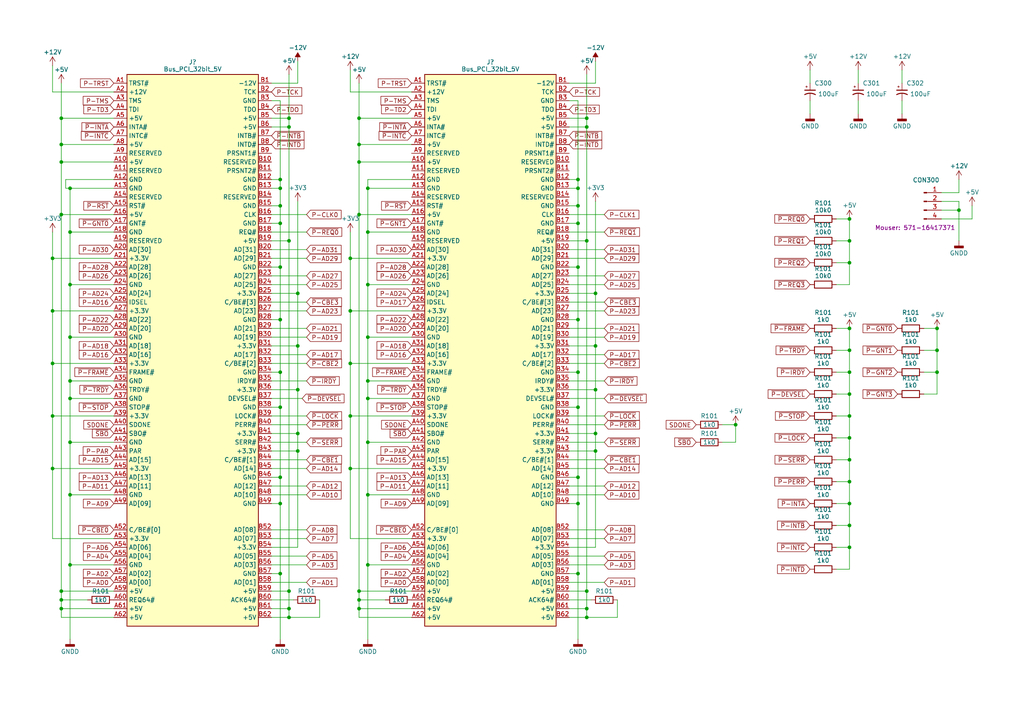
<source format=kicad_sch>
(kicad_sch (version 20230121) (generator eeschema)
  (paper "A4")
  (junction (at 246.38 114.3))
  (junction (at 86.36 130.81))
  (junction (at 271.78 95.25))
  (junction (at 17.78 176.53))
  (junction (at 106.68 128.27))
  (junction (at 81.28 77.47))
  (junction (at 17.78 41.91))
  (junction (at 106.68 82.55))
  (junction (at 20.32 143.51))
  (junction (at 81.28 146.05))
  (junction (at 167.64 64.77))
  (junction (at 172.72 130.81))
  (junction (at 104.14 34.29))
  (junction (at 20.32 97.79))
  (junction (at 246.38 76.2))
  (junction (at 246.38 127))
  (junction (at 101.6 105.41))
  (junction (at 83.82 176.53))
  (junction (at 246.38 107.95))
  (junction (at 170.18 179.07))
  (junction (at 15.24 90.17))
  (junction (at 106.68 110.49))
  (junction (at 15.24 74.93))
  (junction (at 83.82 34.29))
  (junction (at 106.68 54.61))
  (junction (at 106.68 115.57))
  (junction (at 167.64 52.07))
  (junction (at 15.24 105.41))
  (junction (at 172.72 113.03))
  (junction (at 17.78 171.45))
  (junction (at 167.64 138.43))
  (junction (at 172.72 125.73))
  (junction (at 104.14 62.23))
  (junction (at 246.38 95.25))
  (junction (at 213.36 123.19))
  (junction (at 106.68 143.51))
  (junction (at 167.64 54.61))
  (junction (at 172.72 100.33))
  (junction (at 106.68 163.83))
  (junction (at 246.38 69.85))
  (junction (at 172.72 85.09))
  (junction (at 17.78 34.29))
  (junction (at 246.38 101.6))
  (junction (at 20.32 67.31))
  (junction (at 246.38 158.75))
  (junction (at 246.38 152.4))
  (junction (at 170.18 34.29))
  (junction (at 104.14 41.91))
  (junction (at 83.82 179.07))
  (junction (at 20.32 115.57))
  (junction (at 17.78 46.99))
  (junction (at 20.32 110.49))
  (junction (at 167.64 59.69))
  (junction (at 86.36 100.33))
  (junction (at 81.28 138.43))
  (junction (at 246.38 120.65))
  (junction (at 101.6 74.93))
  (junction (at 170.18 176.53))
  (junction (at 20.32 128.27))
  (junction (at 167.64 92.71))
  (junction (at 271.78 101.6))
  (junction (at 81.28 54.61))
  (junction (at 20.32 82.55))
  (junction (at 278.13 60.96))
  (junction (at 15.24 120.65))
  (junction (at 15.24 135.89))
  (junction (at 246.38 63.5))
  (junction (at 167.64 107.95))
  (junction (at 170.18 69.85))
  (junction (at 167.64 77.47))
  (junction (at 81.28 59.69))
  (junction (at 17.78 173.99))
  (junction (at 86.36 125.73))
  (junction (at 167.64 166.37))
  (junction (at 271.78 107.95))
  (junction (at 104.14 46.99))
  (junction (at 20.32 163.83))
  (junction (at 81.28 52.07))
  (junction (at 86.36 85.09))
  (junction (at 81.28 118.11))
  (junction (at 86.36 113.03))
  (junction (at 81.28 64.77))
  (junction (at 101.6 90.17))
  (junction (at 17.78 62.23))
  (junction (at 246.38 146.05))
  (junction (at 246.38 139.7))
  (junction (at 106.68 97.79))
  (junction (at 81.28 107.95))
  (junction (at 101.6 120.65))
  (junction (at 104.14 176.53))
  (junction (at 170.18 36.83))
  (junction (at 101.6 135.89))
  (junction (at 167.64 118.11))
  (junction (at 83.82 36.83))
  (junction (at 106.68 67.31))
  (junction (at 83.82 69.85))
  (junction (at 83.82 171.45))
  (junction (at 104.14 171.45))
  (junction (at 104.14 173.99))
  (junction (at 246.38 133.35))
  (junction (at 170.18 171.45))
  (junction (at 167.64 146.05))
  (junction (at 81.28 166.37))
  (junction (at 20.32 54.61))
  (junction (at 81.28 92.71))
  (wire (pts (xy 175.26 120.65) (xy 165.1 120.65)))
  (wire (pts (xy 172.72 113.03) (xy 172.72 100.33)))
  (wire (pts (xy 78.74 176.53) (xy 83.82 176.53)))
  (wire (pts (xy 246.38 101.6) (xy 246.38 107.95)))
  (wire (pts (xy 88.9 123.19) (xy 78.74 123.19)))
  (wire (pts (xy 273.05 55.88) (xy 278.13 55.88)))
  (wire (pts (xy 78.74 52.07) (xy 81.28 52.07)))
  (wire (pts (xy 271.78 101.6) (xy 271.78 107.95)))
  (wire (pts (xy 20.32 97.79) (xy 20.32 110.49)))
  (wire (pts (xy 88.9 110.49) (xy 78.74 110.49)))
  (wire (pts (xy 20.32 163.83) (xy 33.02 163.83)))
  (wire (pts (xy 170.18 176.53) (xy 170.18 171.45)))
  (wire (pts (xy 78.74 69.85) (xy 83.82 69.85)))
  (wire (pts (xy 106.68 143.51) (xy 106.68 163.83)))
  (wire (pts (xy 273.05 58.42) (xy 278.13 58.42)))
  (wire (pts (xy 175.26 95.25) (xy 165.1 95.25)))
  (wire (pts (xy 278.13 58.42) (xy 278.13 60.96)))
  (wire (pts (xy 20.32 82.55) (xy 20.32 97.79)))
  (wire (pts (xy 242.57 69.85) (xy 246.38 69.85)))
  (wire (pts (xy 167.64 59.69) (xy 167.64 64.77)))
  (wire (pts (xy 101.6 90.17) (xy 119.38 90.17)))
  (wire (pts (xy 165.1 171.45) (xy 170.18 171.45)))
  (wire (pts (xy 165.1 138.43) (xy 167.64 138.43)))
  (wire (pts (xy 106.68 67.31) (xy 119.38 67.31)))
  (wire (pts (xy 167.64 92.71) (xy 167.64 107.95)))
  (wire (pts (xy 17.78 62.23) (xy 17.78 171.45)))
  (wire (pts (xy 170.18 69.85) (xy 170.18 36.83)))
  (wire (pts (xy 17.78 24.13) (xy 17.78 34.29)))
  (wire (pts (xy 86.36 158.75) (xy 86.36 130.81)))
  (wire (pts (xy 78.74 171.45) (xy 83.82 171.45)))
  (wire (pts (xy 234.95 20.32) (xy 234.95 24.13)))
  (wire (pts (xy 172.72 85.09) (xy 165.1 85.09)))
  (wire (pts (xy 20.32 163.83) (xy 20.32 185.42)))
  (wire (pts (xy 167.64 138.43) (xy 167.64 146.05)))
  (wire (pts (xy 106.68 97.79) (xy 119.38 97.79)))
  (wire (pts (xy 246.38 107.95) (xy 246.38 114.3)))
  (wire (pts (xy 78.74 107.95) (xy 81.28 107.95)))
  (wire (pts (xy 88.9 120.65) (xy 78.74 120.65)))
  (wire (pts (xy 83.82 34.29) (xy 78.74 34.29)))
  (wire (pts (xy 20.32 128.27) (xy 33.02 128.27)))
  (wire (pts (xy 88.9 67.31) (xy 78.74 67.31)))
  (wire (pts (xy 246.38 146.05) (xy 246.38 152.4)))
  (wire (pts (xy 271.78 95.25) (xy 271.78 101.6)))
  (wire (pts (xy 172.72 130.81) (xy 172.72 125.73)))
  (wire (pts (xy 88.9 102.87) (xy 78.74 102.87)))
  (wire (pts (xy 81.28 29.21) (xy 81.28 52.07)))
  (wire (pts (xy 104.14 179.07) (xy 104.14 176.53)))
  (wire (pts (xy 33.02 26.67) (xy 15.24 26.67)))
  (wire (pts (xy 242.57 158.75) (xy 246.38 158.75)))
  (wire (pts (xy 278.13 60.96) (xy 278.13 69.85)))
  (wire (pts (xy 165.1 125.73) (xy 172.72 125.73)))
  (wire (pts (xy 15.24 90.17) (xy 15.24 74.93)))
  (wire (pts (xy 88.9 62.23) (xy 78.74 62.23)))
  (wire (pts (xy 88.9 128.27) (xy 78.74 128.27)))
  (wire (pts (xy 88.9 82.55) (xy 78.74 82.55)))
  (wire (pts (xy 86.36 130.81) (xy 86.36 125.73)))
  (wire (pts (xy 242.57 139.7) (xy 246.38 139.7)))
  (wire (pts (xy 20.32 54.61) (xy 33.02 54.61)))
  (wire (pts (xy 106.68 52.07) (xy 106.68 54.61)))
  (wire (pts (xy 15.24 156.21) (xy 15.24 135.89)))
  (wire (pts (xy 78.74 166.37) (xy 81.28 166.37)))
  (wire (pts (xy 101.6 20.32) (xy 101.6 26.67)))
  (wire (pts (xy 165.1 130.81) (xy 172.72 130.81)))
  (wire (pts (xy 242.57 82.55) (xy 246.38 82.55)))
  (wire (pts (xy 17.78 179.07) (xy 33.02 179.07)))
  (wire (pts (xy 88.9 80.01) (xy 78.74 80.01)))
  (wire (pts (xy 175.26 153.67) (xy 165.1 153.67)))
  (wire (pts (xy 15.24 74.93) (xy 33.02 74.93)))
  (wire (pts (xy 179.07 179.07) (xy 170.18 179.07)))
  (wire (pts (xy 104.14 34.29) (xy 119.38 34.29)))
  (wire (pts (xy 165.1 146.05) (xy 167.64 146.05)))
  (wire (pts (xy 15.24 135.89) (xy 33.02 135.89)))
  (wire (pts (xy 106.68 115.57) (xy 119.38 115.57)))
  (wire (pts (xy 78.74 92.71) (xy 81.28 92.71)))
  (wire (pts (xy 165.1 77.47) (xy 167.64 77.47)))
  (wire (pts (xy 242.57 101.6) (xy 246.38 101.6)))
  (wire (pts (xy 17.78 171.45) (xy 33.02 171.45)))
  (wire (pts (xy 175.26 102.87) (xy 165.1 102.87)))
  (wire (pts (xy 87.63 115.57) (xy 78.74 115.57)))
  (wire (pts (xy 175.26 80.01) (xy 165.1 80.01)))
  (wire (pts (xy 165.1 107.95) (xy 167.64 107.95)))
  (wire (pts (xy 242.57 95.25) (xy 246.38 95.25)))
  (wire (pts (xy 101.6 120.65) (xy 119.38 120.65)))
  (wire (pts (xy 17.78 62.23) (xy 17.78 46.99)))
  (wire (pts (xy 106.68 110.49) (xy 106.68 115.57)))
  (wire (pts (xy 246.38 165.1) (xy 246.38 158.75)))
  (wire (pts (xy 273.05 63.5) (xy 281.94 63.5)))
  (wire (pts (xy 104.14 173.99) (xy 104.14 171.45)))
  (wire (pts (xy 83.82 36.83) (xy 83.82 34.29)))
  (wire (pts (xy 78.74 54.61) (xy 81.28 54.61)))
  (wire (pts (xy 86.36 17.78) (xy 86.36 24.13)))
  (wire (pts (xy 165.1 166.37) (xy 167.64 166.37)))
  (wire (pts (xy 106.68 163.83) (xy 119.38 163.83)))
  (wire (pts (xy 242.57 120.65) (xy 246.38 120.65)))
  (wire (pts (xy 106.68 143.51) (xy 119.38 143.51)))
  (wire (pts (xy 88.9 72.39) (xy 78.74 72.39)))
  (wire (pts (xy 88.9 74.93) (xy 78.74 74.93)))
  (wire (pts (xy 15.24 120.65) (xy 15.24 105.41)))
  (wire (pts (xy 167.64 64.77) (xy 167.64 77.47)))
  (wire (pts (xy 175.26 72.39) (xy 165.1 72.39)))
  (wire (pts (xy 101.6 105.41) (xy 119.38 105.41)))
  (wire (pts (xy 104.14 171.45) (xy 119.38 171.45)))
  (wire (pts (xy 175.26 62.23) (xy 165.1 62.23)))
  (wire (pts (xy 209.55 128.27) (xy 213.36 128.27)))
  (wire (pts (xy 88.9 133.35) (xy 78.74 133.35)))
  (wire (pts (xy 81.28 92.71) (xy 81.28 107.95)))
  (wire (pts (xy 246.38 95.25) (xy 246.38 101.6)))
  (wire (pts (xy 246.38 69.85) (xy 246.38 76.2)))
  (wire (pts (xy 20.32 110.49) (xy 33.02 110.49)))
  (wire (pts (xy 78.74 125.73) (xy 86.36 125.73)))
  (wire (pts (xy 165.1 173.99) (xy 171.45 173.99)))
  (wire (pts (xy 175.26 168.91) (xy 165.1 168.91)))
  (wire (pts (xy 20.32 110.49) (xy 20.32 115.57)))
  (wire (pts (xy 88.9 168.91) (xy 78.74 168.91)))
  (wire (pts (xy 20.32 82.55) (xy 33.02 82.55)))
  (wire (pts (xy 81.28 138.43) (xy 81.28 146.05)))
  (wire (pts (xy 179.07 173.99) (xy 179.07 179.07)))
  (wire (pts (xy 20.32 115.57) (xy 33.02 115.57)))
  (wire (pts (xy 242.57 152.4) (xy 246.38 152.4)))
  (wire (pts (xy 175.26 135.89) (xy 165.1 135.89)))
  (wire (pts (xy 175.26 97.79) (xy 165.1 97.79)))
  (wire (pts (xy 167.64 118.11) (xy 167.64 138.43)))
  (wire (pts (xy 78.74 59.69) (xy 81.28 59.69)))
  (wire (pts (xy 92.71 179.07) (xy 83.82 179.07)))
  (wire (pts (xy 246.38 114.3) (xy 246.38 120.65)))
  (wire (pts (xy 88.9 156.21) (xy 78.74 156.21)))
  (wire (pts (xy 88.9 140.97) (xy 78.74 140.97)))
  (wire (pts (xy 17.78 62.23) (xy 33.02 62.23)))
  (wire (pts (xy 106.68 128.27) (xy 106.68 143.51)))
  (wire (pts (xy 246.38 139.7) (xy 246.38 146.05)))
  (wire (pts (xy 81.28 107.95) (xy 81.28 118.11)))
  (wire (pts (xy 175.26 128.27) (xy 165.1 128.27)))
  (wire (pts (xy 246.38 120.65) (xy 246.38 127)))
  (wire (pts (xy 20.32 128.27) (xy 20.32 143.51)))
  (wire (pts (xy 78.74 138.43) (xy 81.28 138.43)))
  (wire (pts (xy 167.64 29.21) (xy 167.64 52.07)))
  (wire (pts (xy 101.6 74.93) (xy 119.38 74.93)))
  (wire (pts (xy 17.78 173.99) (xy 17.78 171.45)))
  (wire (pts (xy 165.1 92.71) (xy 167.64 92.71)))
  (wire (pts (xy 242.57 127) (xy 246.38 127)))
  (wire (pts (xy 106.68 82.55) (xy 106.68 97.79)))
  (wire (pts (xy 15.24 74.93) (xy 15.24 67.31)))
  (wire (pts (xy 175.26 156.21) (xy 165.1 156.21)))
  (wire (pts (xy 86.36 100.33) (xy 86.36 85.09)))
  (wire (pts (xy 88.9 153.67) (xy 78.74 153.67)))
  (wire (pts (xy 167.64 146.05) (xy 167.64 166.37)))
  (wire (pts (xy 165.1 179.07) (xy 170.18 179.07)))
  (wire (pts (xy 20.32 115.57) (xy 20.32 128.27)))
  (wire (pts (xy 175.26 115.57) (xy 165.1 115.57)))
  (wire (pts (xy 83.82 69.85) (xy 83.82 36.83)))
  (wire (pts (xy 78.74 64.77) (xy 81.28 64.77)))
  (wire (pts (xy 78.74 173.99) (xy 85.09 173.99)))
  (wire (pts (xy 175.26 133.35) (xy 165.1 133.35)))
  (wire (pts (xy 165.1 59.69) (xy 167.64 59.69)))
  (wire (pts (xy 170.18 179.07) (xy 170.18 176.53)))
  (wire (pts (xy 20.32 54.61) (xy 20.32 67.31)))
  (wire (pts (xy 19.05 52.07) (xy 19.05 54.61)))
  (wire (pts (xy 246.38 76.2) (xy 246.38 82.55)))
  (wire (pts (xy 271.78 107.95) (xy 271.78 114.3)))
  (wire (pts (xy 213.36 128.27) (xy 213.36 123.19)))
  (wire (pts (xy 15.24 105.41) (xy 33.02 105.41)))
  (wire (pts (xy 106.68 52.07) (xy 119.38 52.07)))
  (wire (pts (xy 88.9 97.79) (xy 78.74 97.79)))
  (wire (pts (xy 101.6 74.93) (xy 101.6 67.31)))
  (wire (pts (xy 88.9 161.29) (xy 78.74 161.29)))
  (wire (pts (xy 86.36 58.42) (xy 86.36 85.09)))
  (wire (pts (xy 246.38 133.35) (xy 246.38 139.7)))
  (wire (pts (xy 78.74 113.03) (xy 86.36 113.03)))
  (wire (pts (xy 81.28 146.05) (xy 81.28 166.37)))
  (wire (pts (xy 246.38 152.4) (xy 246.38 158.75)))
  (wire (pts (xy 19.05 52.07) (xy 33.02 52.07)))
  (wire (pts (xy 101.6 156.21) (xy 119.38 156.21)))
  (wire (pts (xy 81.28 166.37) (xy 81.28 185.42)))
  (wire (pts (xy 15.24 120.65) (xy 33.02 120.65)))
  (wire (pts (xy 175.26 67.31) (xy 165.1 67.31)))
  (wire (pts (xy 101.6 105.41) (xy 101.6 90.17)))
  (wire (pts (xy 20.32 67.31) (xy 33.02 67.31)))
  (wire (pts (xy 104.14 179.07) (xy 119.38 179.07)))
  (wire (pts (xy 267.97 95.25) (xy 271.78 95.25)))
  (wire (pts (xy 88.9 90.17) (xy 78.74 90.17)))
  (wire (pts (xy 175.26 161.29) (xy 165.1 161.29)))
  (wire (pts (xy 175.26 123.19) (xy 165.1 123.19)))
  (wire (pts (xy 119.38 26.67) (xy 101.6 26.67)))
  (wire (pts (xy 81.28 59.69) (xy 81.28 64.77)))
  (wire (pts (xy 248.92 20.32) (xy 248.92 24.13)))
  (wire (pts (xy 88.9 143.51) (xy 78.74 143.51)))
  (wire (pts (xy 17.78 176.53) (xy 33.02 176.53)))
  (wire (pts (xy 242.57 107.95) (xy 246.38 107.95)))
  (wire (pts (xy 175.26 143.51) (xy 165.1 143.51)))
  (wire (pts (xy 167.64 54.61) (xy 167.64 59.69)))
  (wire (pts (xy 81.28 54.61) (xy 81.28 59.69)))
  (wire (pts (xy 170.18 36.83) (xy 170.18 34.29)))
  (wire (pts (xy 104.14 62.23) (xy 119.38 62.23)))
  (wire (pts (xy 83.82 176.53) (xy 83.82 171.45)))
  (wire (pts (xy 167.64 166.37) (xy 167.64 185.42)))
  (wire (pts (xy 78.74 36.83) (xy 83.82 36.83)))
  (wire (pts (xy 165.1 118.11) (xy 167.64 118.11)))
  (wire (pts (xy 106.68 97.79) (xy 106.68 110.49)))
  (wire (pts (xy 81.28 118.11) (xy 81.28 138.43)))
  (wire (pts (xy 242.57 146.05) (xy 246.38 146.05)))
  (wire (pts (xy 104.14 176.53) (xy 104.14 173.99)))
  (wire (pts (xy 165.1 64.77) (xy 167.64 64.77)))
  (wire (pts (xy 19.05 54.61) (xy 20.32 54.61)))
  (wire (pts (xy 88.9 163.83) (xy 78.74 163.83)))
  (wire (pts (xy 83.82 171.45) (xy 83.82 69.85)))
  (wire (pts (xy 175.26 90.17) (xy 165.1 90.17)))
  (wire (pts (xy 20.32 143.51) (xy 33.02 143.51)))
  (wire (pts (xy 175.26 74.93) (xy 165.1 74.93)))
  (wire (pts (xy 78.74 179.07) (xy 83.82 179.07)))
  (wire (pts (xy 106.68 67.31) (xy 106.68 82.55)))
  (wire (pts (xy 104.14 41.91) (xy 119.38 41.91)))
  (wire (pts (xy 88.9 95.25) (xy 78.74 95.25)))
  (wire (pts (xy 172.72 100.33) (xy 172.72 85.09)))
  (wire (pts (xy 165.1 158.75) (xy 172.72 158.75)))
  (wire (pts (xy 15.24 156.21) (xy 33.02 156.21)))
  (wire (pts (xy 78.74 100.33) (xy 86.36 100.33)))
  (wire (pts (xy 15.24 90.17) (xy 33.02 90.17)))
  (wire (pts (xy 101.6 90.17) (xy 101.6 74.93)))
  (wire (pts (xy 104.14 46.99) (xy 104.14 41.91)))
  (wire (pts (xy 81.28 64.77) (xy 81.28 77.47)))
  (wire (pts (xy 106.68 163.83) (xy 106.68 185.42)))
  (wire (pts (xy 273.05 60.96) (xy 278.13 60.96)))
  (wire (pts (xy 101.6 135.89) (xy 119.38 135.89)))
  (wire (pts (xy 165.1 69.85) (xy 170.18 69.85)))
  (wire (pts (xy 101.6 156.21) (xy 101.6 135.89)))
  (wire (pts (xy 106.68 82.55) (xy 119.38 82.55)))
  (wire (pts (xy 17.78 41.91) (xy 17.78 34.29)))
  (wire (pts (xy 170.18 171.45) (xy 170.18 69.85)))
  (wire (pts (xy 20.32 97.79) (xy 33.02 97.79)))
  (wire (pts (xy 261.62 29.21) (xy 261.62 33.02)))
  (wire (pts (xy 246.38 63.5) (xy 246.38 69.85)))
  (wire (pts (xy 17.78 173.99) (xy 25.4 173.99)))
  (wire (pts (xy 106.68 115.57) (xy 106.68 128.27)))
  (wire (pts (xy 78.74 146.05) (xy 81.28 146.05)))
  (wire (pts (xy 267.97 107.95) (xy 271.78 107.95)))
  (wire (pts (xy 242.57 63.5) (xy 246.38 63.5)))
  (wire (pts (xy 165.1 176.53) (xy 170.18 176.53)))
  (wire (pts (xy 86.36 125.73) (xy 86.36 113.03)))
  (wire (pts (xy 246.38 127) (xy 246.38 133.35)))
  (wire (pts (xy 104.14 46.99) (xy 119.38 46.99)))
  (wire (pts (xy 17.78 34.29) (xy 33.02 34.29)))
  (wire (pts (xy 175.26 110.49) (xy 165.1 110.49)))
  (wire (pts (xy 104.14 62.23) (xy 104.14 171.45)))
  (wire (pts (xy 20.32 143.51) (xy 20.32 163.83)))
  (wire (pts (xy 104.14 24.13) (xy 104.14 34.29)))
  (wire (pts (xy 170.18 21.59) (xy 170.18 34.29)))
  (wire (pts (xy 172.72 125.73) (xy 172.72 113.03)))
  (wire (pts (xy 78.74 118.11) (xy 81.28 118.11)))
  (wire (pts (xy 15.24 135.89) (xy 15.24 120.65)))
  (wire (pts (xy 165.1 100.33) (xy 172.72 100.33)))
  (wire (pts (xy 242.57 133.35) (xy 246.38 133.35)))
  (wire (pts (xy 81.28 52.07) (xy 81.28 54.61)))
  (wire (pts (xy 17.78 46.99) (xy 17.78 41.91)))
  (wire (pts (xy 104.14 41.91) (xy 104.14 34.29)))
  (wire (pts (xy 86.36 85.09) (xy 78.74 85.09)))
  (wire (pts (xy 17.78 46.99) (xy 33.02 46.99)))
  (wire (pts (xy 248.92 29.21) (xy 248.92 33.02)))
  (wire (pts (xy 242.57 114.3) (xy 246.38 114.3)))
  (wire (pts (xy 15.24 19.05) (xy 15.24 26.67)))
  (wire (pts (xy 106.68 128.27) (xy 119.38 128.27)))
  (wire (pts (xy 209.55 123.19) (xy 213.36 123.19)))
  (wire (pts (xy 278.13 55.88) (xy 278.13 52.07)))
  (wire (pts (xy 175.26 140.97) (xy 165.1 140.97)))
  (wire (pts (xy 242.57 76.2) (xy 246.38 76.2)))
  (wire (pts (xy 88.9 105.41) (xy 78.74 105.41)))
  (wire (pts (xy 83.82 179.07) (xy 83.82 176.53)))
  (wire (pts (xy 78.74 29.21) (xy 81.28 29.21)))
  (wire (pts (xy 242.57 165.1) (xy 246.38 165.1)))
  (wire (pts (xy 267.97 101.6) (xy 271.78 101.6)))
  (wire (pts (xy 78.74 158.75) (xy 86.36 158.75)))
  (wire (pts (xy 175.26 163.83) (xy 165.1 163.83)))
  (wire (pts (xy 104.14 173.99) (xy 111.76 173.99)))
  (wire (pts (xy 106.68 54.61) (xy 106.68 67.31)))
  (wire (pts (xy 234.95 29.21) (xy 234.95 33.02)))
  (wire (pts (xy 165.1 52.07) (xy 167.64 52.07)))
  (wire (pts (xy 172.72 58.42) (xy 172.72 85.09)))
  (wire (pts (xy 165.1 113.03) (xy 172.72 113.03)))
  (wire (pts (xy 165.1 29.21) (xy 167.64 29.21)))
  (wire (pts (xy 20.32 67.31) (xy 20.32 82.55)))
  (wire (pts (xy 165.1 54.61) (xy 167.64 54.61)))
  (wire (pts (xy 17.78 176.53) (xy 17.78 173.99)))
  (wire (pts (xy 165.1 36.83) (xy 170.18 36.83)))
  (wire (pts (xy 167.64 107.95) (xy 167.64 118.11)))
  (wire (pts (xy 106.68 110.49) (xy 119.38 110.49)))
  (wire (pts (xy 15.24 105.41) (xy 15.24 90.17)))
  (wire (pts (xy 86.36 113.03) (xy 86.36 100.33)))
  (wire (pts (xy 101.6 135.89) (xy 101.6 120.65)))
  (wire (pts (xy 167.64 52.07) (xy 167.64 54.61)))
  (wire (pts (xy 170.18 34.29) (xy 165.1 34.29)))
  (wire (pts (xy 165.1 24.13) (xy 172.72 24.13)))
  (wire (pts (xy 267.97 114.3) (xy 271.78 114.3)))
  (wire (pts (xy 17.78 41.91) (xy 33.02 41.91)))
  (wire (pts (xy 175.26 82.55) (xy 165.1 82.55)))
  (wire (pts (xy 17.78 179.07) (xy 17.78 176.53)))
  (wire (pts (xy 78.74 77.47) (xy 81.28 77.47)))
  (wire (pts (xy 92.71 173.99) (xy 92.71 179.07)))
  (wire (pts (xy 175.26 87.63) (xy 165.1 87.63)))
  (wire (pts (xy 88.9 87.63) (xy 78.74 87.63)))
  (wire (pts (xy 78.74 24.13) (xy 86.36 24.13)))
  (wire (pts (xy 88.9 135.89) (xy 78.74 135.89)))
  (wire (pts (xy 104.14 176.53) (xy 119.38 176.53)))
  (wire (pts (xy 281.94 63.5) (xy 281.94 59.69)))
  (wire (pts (xy 81.28 77.47) (xy 81.28 92.71)))
  (wire (pts (xy 83.82 21.59) (xy 83.82 34.29)))
  (wire (pts (xy 106.68 54.61) (xy 119.38 54.61)))
  (wire (pts (xy 167.64 77.47) (xy 167.64 92.71)))
  (wire (pts (xy 175.26 105.41) (xy 165.1 105.41)))
  (wire (pts (xy 101.6 120.65) (xy 101.6 105.41)))
  (wire (pts (xy 261.62 20.32) (xy 261.62 24.13)))
  (wire (pts (xy 172.72 17.78) (xy 172.72 24.13)))
  (wire (pts (xy 104.14 62.23) (xy 104.14 46.99)))
  (wire (pts (xy 78.74 130.81) (xy 86.36 130.81)))
  (wire (pts (xy 172.72 158.75) (xy 172.72 130.81)))
  (global_label "P-AD1" (shape input) (at 175.26 168.91 0) (property "Intersheetrefs" "${INTERSHEET_REFS}" (effects hide)))
  (global_label "P-AD26" (shape input) (at 33.02 80.01 180) (property "Intersheetrefs" "${INTERSHEET_REFS}" (effects hide)))
  (global_label "P-AD27" (shape input) (at 88.9 80.01 0) (property "Intersheetrefs" "${INTERSHEET_REFS}" (effects hide)))
  (global_label "P-AD9" (shape input) (at 33.02 146.05 180) (property "Intersheetrefs" "${INTERSHEET_REFS}" (effects hide)))
  (global_label "P-PAR" (shape input) (at 33.02 130.81 180) (property "Intersheetrefs" "${INTERSHEET_REFS}" (effects hide)))
  (global_label "P-AD6" (shape input) (at 33.02 158.75 180) (property "Intersheetrefs" "${INTERSHEET_REFS}" (effects hide)))
  (global_label "~{SBO}" (shape input) (at 33.02 125.73 180) (property "Intersheetrefs" "${INTERSHEET_REFS}" (effects hide)))
  (global_label "P-AD11" (shape input) (at 119.38 140.97 180) (property "Intersheetrefs" "${INTERSHEET_REFS}" (effects hide)))
  (global_label "P-AD23" (shape input) (at 88.9 90.17 0) (property "Intersheetrefs" "${INTERSHEET_REFS}" (effects hide)))
  (global_label "~{P-INTC}" (shape input) (at 119.38 39.37 180) (property "Intersheetrefs" "${INTERSHEET_REFS}" (effects hide)))
  (global_label "P-AD10" (shape input) (at 88.9 143.51 0) (property "Intersheetrefs" "${INTERSHEET_REFS}" (effects hide)))
  (global_label "P-AD8" (shape input) (at 175.26 153.67 0) (property "Intersheetrefs" "${INTERSHEET_REFS}" (effects hide)))
  (global_label "~{P-INTA}" (shape input) (at 33.02 36.83 180) (property "Intersheetrefs" "${INTERSHEET_REFS}" (effects hide)))
  (global_label "P-AD17" (shape input) (at 88.9 102.87 0) (property "Intersheetrefs" "${INTERSHEET_REFS}" (effects hide)))
  (global_label "~{P-CBE1}" (shape input) (at 175.26 133.35 0) (property "Intersheetrefs" "${INTERSHEET_REFS}" (effects hide)))
  (global_label "~{P-INTC}" (shape input) (at 234.95 158.75 180) (property "Intersheetrefs" "${INTERSHEET_REFS}" (effects hide)))
  (global_label "~{P-REQ1}" (shape input) (at 175.26 67.31 0) (property "Intersheetrefs" "${INTERSHEET_REFS}" (effects hide)))
  (global_label "P-AD17" (shape input) (at 175.26 102.87 0) (property "Intersheetrefs" "${INTERSHEET_REFS}" (effects hide)))
  (global_label "~{P-CBE0}" (shape input) (at 33.02 153.67 180) (property "Intersheetrefs" "${INTERSHEET_REFS}" (effects hide)))
  (global_label "P-AD13" (shape input) (at 119.38 138.43 180) (property "Intersheetrefs" "${INTERSHEET_REFS}" (effects hide)))
  (global_label "P-TRST" (shape input) (at 33.02 24.13 180) (property "Intersheetrefs" "${INTERSHEET_REFS}" (effects hide)))
  (global_label "P-AD24" (shape input) (at 33.02 85.09 180) (property "Intersheetrefs" "${INTERSHEET_REFS}" (effects hide)))
  (global_label "P-AD27" (shape input) (at 175.26 80.01 0) (property "Intersheetrefs" "${INTERSHEET_REFS}" (effects hide)))
  (global_label "SDONE" (shape input) (at 33.02 123.19 180) (property "Intersheetrefs" "${INTERSHEET_REFS}" (effects hide)))
  (global_label "~{P-REQ1}" (shape input) (at 234.95 69.85 180) (property "Intersheetrefs" "${INTERSHEET_REFS}" (effects hide)))
  (global_label "~{P-REQ3}" (shape input) (at 234.95 82.55 180) (property "Intersheetrefs" "${INTERSHEET_REFS}" (effects hide)))
  (global_label "P-AD6" (shape input) (at 119.38 158.75 180) (property "Intersheetrefs" "${INTERSHEET_REFS}" (effects hide)))
  (global_label "~{P-SERR}" (shape input) (at 88.9 128.27 0) (property "Intersheetrefs" "${INTERSHEET_REFS}" (effects hide)))
  (global_label "P-AD0" (shape input) (at 119.38 168.91 180) (property "Intersheetrefs" "${INTERSHEET_REFS}" (effects hide)))
  (global_label "SDONE" (shape input) (at 201.93 123.19 180) (property "Intersheetrefs" "${INTERSHEET_REFS}" (effects hide)))
  (global_label "P-AD15" (shape input) (at 33.02 133.35 180) (property "Intersheetrefs" "${INTERSHEET_REFS}" (effects hide)))
  (global_label "P-AD13" (shape input) (at 33.02 138.43 180) (property "Intersheetrefs" "${INTERSHEET_REFS}" (effects hide)))
  (global_label "P-AD28" (shape input) (at 33.02 77.47 180) (property "Intersheetrefs" "${INTERSHEET_REFS}" (effects hide)))
  (global_label "P-CLK1" (shape input) (at 175.26 62.23 0) (property "Intersheetrefs" "${INTERSHEET_REFS}" (effects hide)))
  (global_label "~{P-INTA}" (shape input) (at 234.95 146.05 180) (property "Intersheetrefs" "${INTERSHEET_REFS}" (effects hide)))
  (global_label "P-TD3" (shape input) (at 165.1 31.75 0) (property "Intersheetrefs" "${INTERSHEET_REFS}" (effects hide)))
  (global_label "P-AD22" (shape input) (at 119.38 92.71 180) (property "Intersheetrefs" "${INTERSHEET_REFS}" (effects hide)))
  (global_label "~{P-IRDY}" (shape input) (at 175.26 110.49 0) (property "Intersheetrefs" "${INTERSHEET_REFS}" (effects hide)))
  (global_label "P-AD26" (shape input) (at 119.38 80.01 180) (property "Intersheetrefs" "${INTERSHEET_REFS}" (effects hide)))
  (global_label "~{P-PERR}" (shape input) (at 88.9 123.19 0) (property "Intersheetrefs" "${INTERSHEET_REFS}" (effects hide)))
  (global_label "P-AD22" (shape input) (at 33.02 92.71 180) (property "Intersheetrefs" "${INTERSHEET_REFS}" (effects hide)))
  (global_label "~{P-FRAME}" (shape input) (at 33.02 107.95 180) (property "Intersheetrefs" "${INTERSHEET_REFS}" (effects hide)))
  (global_label "~{P-LOCK}" (shape input) (at 175.26 120.65 0) (property "Intersheetrefs" "${INTERSHEET_REFS}" (effects hide)))
  (global_label "~{P-GNT1}" (shape input) (at 260.35 101.6 180) (property "Intersheetrefs" "${INTERSHEET_REFS}" (effects hide)))
  (global_label "~{P-INTD}" (shape input) (at 78.74 41.91 0) (property "Intersheetrefs" "${INTERSHEET_REFS}" (effects hide)))
  (global_label "~{P-TRDY}" (shape input) (at 119.38 113.03 180) (property "Intersheetrefs" "${INTERSHEET_REFS}" (effects hide)))
  (global_label "P-AD25" (shape input) (at 175.26 82.55 0) (property "Intersheetrefs" "${INTERSHEET_REFS}" (effects hide)))
  (global_label "~{P-REQ0}" (shape input) (at 88.9 67.31 0) (property "Intersheetrefs" "${INTERSHEET_REFS}" (effects hide)))
  (global_label "P-AD21" (shape input) (at 175.26 95.25 0) (property "Intersheetrefs" "${INTERSHEET_REFS}" (effects hide)))
  (global_label "P-AD29" (shape input) (at 88.9 74.93 0) (property "Intersheetrefs" "${INTERSHEET_REFS}" (effects hide)))
  (global_label "~{P-CBE3}" (shape input) (at 88.9 87.63 0) (property "Intersheetrefs" "${INTERSHEET_REFS}" (effects hide)))
  (global_label "~{P-INTB}" (shape input) (at 78.74 39.37 0) (property "Intersheetrefs" "${INTERSHEET_REFS}" (effects hide)))
  (global_label "P-AD7" (shape input) (at 88.9 156.21 0) (property "Intersheetrefs" "${INTERSHEET_REFS}" (effects hide)))
  (global_label "P-AD3" (shape input) (at 88.9 163.83 0) (property "Intersheetrefs" "${INTERSHEET_REFS}" (effects hide)))
  (global_label "P-AD8" (shape input) (at 88.9 153.67 0) (property "Intersheetrefs" "${INTERSHEET_REFS}" (effects hide)))
  (global_label "~{P-LOCK}" (shape input) (at 234.95 127 180) (property "Intersheetrefs" "${INTERSHEET_REFS}" (effects hide)))
  (global_label "~{P-INTA}" (shape input) (at 119.38 36.83 180) (property "Intersheetrefs" "${INTERSHEET_REFS}" (effects hide)))
  (global_label "~{P-PERR}" (shape input) (at 175.26 123.19 0) (property "Intersheetrefs" "${INTERSHEET_REFS}" (effects hide)))
  (global_label "~{P-REQ0}" (shape input) (at 234.95 63.5 180) (property "Intersheetrefs" "${INTERSHEET_REFS}" (effects hide)))
  (global_label "~{P-STOP}" (shape input) (at 33.02 118.11 180) (property "Intersheetrefs" "${INTERSHEET_REFS}" (effects hide)))
  (global_label "P-AD28" (shape input) (at 119.38 77.47 180) (property "Intersheetrefs" "${INTERSHEET_REFS}" (effects hide)))
  (global_label "P-AD21" (shape input) (at 88.9 95.25 0) (property "Intersheetrefs" "${INTERSHEET_REFS}" (effects hide)))
  (global_label "P-AD9" (shape input) (at 119.38 146.05 180) (property "Intersheetrefs" "${INTERSHEET_REFS}" (effects hide)))
  (global_label "~{P-DEVSEL}" (shape input) (at 234.95 114.3 180) (property "Intersheetrefs" "${INTERSHEET_REFS}" (effects hide)))
  (global_label "~{P-PERR}" (shape input) (at 234.95 139.7 180) (property "Intersheetrefs" "${INTERSHEET_REFS}" (effects hide)))
  (global_label "P-AD1" (shape input) (at 88.9 168.91 0) (property "Intersheetrefs" "${INTERSHEET_REFS}" (effects hide)))
  (global_label "P-AD18" (shape input) (at 119.38 100.33 180) (property "Intersheetrefs" "${INTERSHEET_REFS}" (effects hide)))
  (global_label "P-TCK" (shape input) (at 165.1 26.67 0) (property "Intersheetrefs" "${INTERSHEET_REFS}" (effects hide)))
  (global_label "P-AD31" (shape input) (at 88.9 72.39 0) (property "Intersheetrefs" "${INTERSHEET_REFS}" (effects hide)))
  (global_label "P-AD15" (shape input) (at 119.38 133.35 180) (property "Intersheetrefs" "${INTERSHEET_REFS}" (effects hide)))
  (global_label "P-AD12" (shape input) (at 88.9 140.97 0) (property "Intersheetrefs" "${INTERSHEET_REFS}" (effects hide)))
  (global_label "P-AD5" (shape input) (at 88.9 161.29 0) (property "Intersheetrefs" "${INTERSHEET_REFS}" (effects hide)))
  (global_label "SDONE" (shape input) (at 119.38 123.19 180) (property "Intersheetrefs" "${INTERSHEET_REFS}" (effects hide)))
  (global_label "P-TD2" (shape input) (at 119.38 31.75 180) (property "Intersheetrefs" "${INTERSHEET_REFS}" (effects hide)))
  (global_label "P-TRST" (shape input) (at 119.38 24.13 180) (property "Intersheetrefs" "${INTERSHEET_REFS}" (effects hide)))
  (global_label "P-AD24" (shape input) (at 119.38 85.09 180) (property "Intersheetrefs" "${INTERSHEET_REFS}" (effects hide)))
  (global_label "P-AD4" (shape input) (at 119.38 161.29 180) (property "Intersheetrefs" "${INTERSHEET_REFS}" (effects hide)))
  (global_label "P-AD2" (shape input) (at 33.02 166.37 180) (property "Intersheetrefs" "${INTERSHEET_REFS}" (effects hide)))
  (global_label "~{P-TRDY}" (shape input) (at 234.95 101.6 180) (property "Intersheetrefs" "${INTERSHEET_REFS}" (effects hide)))
  (global_label "~{P-INTB}" (shape input) (at 234.95 152.4 180) (property "Intersheetrefs" "${INTERSHEET_REFS}" (effects hide)))
  (global_label "~{P-SERR}" (shape input) (at 175.26 128.27 0) (property "Intersheetrefs" "${INTERSHEET_REFS}" (effects hide)))
  (global_label "~{P-CBE2}" (shape input) (at 175.26 105.41 0) (property "Intersheetrefs" "${INTERSHEET_REFS}" (effects hide)))
  (global_label "P-AD16" (shape input) (at 119.38 102.87 180) (property "Intersheetrefs" "${INTERSHEET_REFS}" (effects hide)))
  (global_label "P-AD16" (shape input) (at 33.02 87.63 180) (property "Intersheetrefs" "${INTERSHEET_REFS}" (effects hide)))
  (global_label "P-AD0" (shape input) (at 33.02 168.91 180) (property "Intersheetrefs" "${INTERSHEET_REFS}" (effects hide)))
  (global_label "~{P-FRAME}" (shape input) (at 119.38 107.95 180) (property "Intersheetrefs" "${INTERSHEET_REFS}" (effects hide)))
  (global_label "~{P-INTC}" (shape input) (at 33.02 39.37 180) (property "Intersheetrefs" "${INTERSHEET_REFS}" (effects hide)))
  (global_label "~{P-REQ2}" (shape input) (at 234.95 76.2 180) (property "Intersheetrefs" "${INTERSHEET_REFS}" (effects hide)))
  (global_label "~{P-DEVSEL}" (shape input) (at 175.26 115.57 0) (property "Intersheetrefs" "${INTERSHEET_REFS}" (effects hide)))
  (global_label "P-AD30" (shape input) (at 119.38 72.39 180) (property "Intersheetrefs" "${INTERSHEET_REFS}" (effects hide)))
  (global_label "P-TMS" (shape input) (at 119.38 29.21 180) (property "Intersheetrefs" "${INTERSHEET_REFS}" (effects hide)))
  (global_label "P-AD29" (shape input) (at 175.26 74.93 0) (property "Intersheetrefs" "${INTERSHEET_REFS}" (effects hide)))
  (global_label "~{P-CBE2}" (shape input) (at 88.9 105.41 0) (property "Intersheetrefs" "${INTERSHEET_REFS}" (effects hide)))
  (global_label "P-AD11" (shape input) (at 33.02 140.97 180) (property "Intersheetrefs" "${INTERSHEET_REFS}" (effects hide)))
  (global_label "P-AD14" (shape input) (at 88.9 135.89 0) (property "Intersheetrefs" "${INTERSHEET_REFS}" (effects hide)))
  (global_label "~{P-IRDY}" (shape input) (at 234.95 107.95 180) (property "Intersheetrefs" "${INTERSHEET_REFS}" (effects hide)))
  (global_label "~{P-RST}" (shape input) (at 119.38 59.69 180) (property "Intersheetrefs" "${INTERSHEET_REFS}" (effects hide)))
  (global_label "~{P-STOP}" (shape input) (at 234.95 120.65 180) (property "Intersheetrefs" "${INTERSHEET_REFS}" (effects hide)))
  (global_label "~{P-GNT0}" (shape input) (at 260.35 95.25 180) (property "Intersheetrefs" "${INTERSHEET_REFS}" (effects hide)))
  (global_label "~{P-SERR}" (shape input) (at 234.95 133.35 180) (property "Intersheetrefs" "${INTERSHEET_REFS}" (effects hide)))
  (global_label "~{P-IRDY}" (shape input) (at 88.9 110.49 0) (property "Intersheetrefs" "${INTERSHEET_REFS}" (effects hide)))
  (global_label "P-TCK" (shape input) (at 78.74 26.67 0) (property "Intersheetrefs" "${INTERSHEET_REFS}" (effects hide)))
  (global_label "P-CLK0" (shape input) (at 88.9 62.23 0) (property "Intersheetrefs" "${INTERSHEET_REFS}" (effects hide)))
  (global_label "P-AD19" (shape input) (at 88.9 97.79 0) (property "Intersheetrefs" "${INTERSHEET_REFS}" (effects hide)))
  (global_label "~{P-INTD}" (shape input) (at 234.95 165.1 180) (property "Intersheetrefs" "${INTERSHEET_REFS}" (effects hide)))
  (global_label "P-AD5" (shape input) (at 175.26 161.29 0) (property "Intersheetrefs" "${INTERSHEET_REFS}" (effects hide)))
  (global_label "~{SBO}" (shape input) (at 201.93 128.27 180) (property "Intersheetrefs" "${INTERSHEET_REFS}" (effects hide)))
  (global_label "~{P-DEVSEL}" (shape input) (at 87.63 115.57 0) (property "Intersheetrefs" "${INTERSHEET_REFS}" (effects hide)))
  (global_label "P-AD20" (shape input) (at 119.38 95.25 180) (property "Intersheetrefs" "${INTERSHEET_REFS}" (effects hide)))
  (global_label "P-PAR" (shape input) (at 119.38 130.81 180) (property "Intersheetrefs" "${INTERSHEET_REFS}" (effects hide)))
  (global_label "P-AD10" (shape input) (at 175.26 143.51 0) (property "Intersheetrefs" "${INTERSHEET_REFS}" (effects hide)))
  (global_label "P-AD19" (shape input) (at 175.26 97.79 0) (property "Intersheetrefs" "${INTERSHEET_REFS}" (effects hide)))
  (global_label "P-AD25" (shape input) (at 88.9 82.55 0) (property "Intersheetrefs" "${INTERSHEET_REFS}" (effects hide)))
  (global_label "~{P-RST}" (shape input) (at 33.02 59.69 180) (property "Intersheetrefs" "${INTERSHEET_REFS}" (effects hide)))
  (global_label "~{P-FRAME}" (shape input) (at 234.95 95.25 180) (property "Intersheetrefs" "${INTERSHEET_REFS}" (effects hide)))
  (global_label "P-AD2" (shape input) (at 119.38 166.37 180) (property "Intersheetrefs" "${INTERSHEET_REFS}" (effects hide)))
  (global_label "~{P-STOP}" (shape input) (at 119.38 118.11 180) (property "Intersheetrefs" "${INTERSHEET_REFS}" (effects hide)))
  (global_label "P-AD20" (shape input) (at 33.02 95.25 180) (property "Intersheetrefs" "${INTERSHEET_REFS}" (effects hide)))
  (global_label "P-AD7" (shape input) (at 175.26 156.21 0) (property "Intersheetrefs" "${INTERSHEET_REFS}" (effects hide)))
  (global_label "~{P-GNT3}" (shape input) (at 260.35 114.3 180) (property "Intersheetrefs" "${INTERSHEET_REFS}" (effects hide)))
  (global_label "P-AD4" (shape input) (at 33.02 161.29 180) (property "Intersheetrefs" "${INTERSHEET_REFS}" (effects hide)))
  (global_label "P-AD18" (shape input) (at 33.02 100.33 180) (property "Intersheetrefs" "${INTERSHEET_REFS}" (effects hide)))
  (global_label "~{P-CBE3}" (shape input) (at 175.26 87.63 0) (property "Intersheetrefs" "${INTERSHEET_REFS}" (effects hide)))
  (global_label "P-TMS" (shape input) (at 33.02 29.21 180) (property "Intersheetrefs" "${INTERSHEET_REFS}" (effects hide)))
  (global_label "P-AD16" (shape input) (at 33.02 102.87 180) (property "Intersheetrefs" "${INTERSHEET_REFS}" (effects hide)))
  (global_label "P-AD12" (shape input) (at 175.26 140.97 0) (property "Intersheetrefs" "${INTERSHEET_REFS}" (effects hide)))
  (global_label "P-AD23" (shape input) (at 175.26 90.17 0) (property "Intersheetrefs" "${INTERSHEET_REFS}" (effects hide)))
  (global_label "~{P-INTB}" (shape input) (at 165.1 39.37 0) (property "Intersheetrefs" "${INTERSHEET_REFS}" (effects hide)))
  (global_label "P-AD31" (shape input) (at 175.26 72.39 0) (property "Intersheetrefs" "${INTERSHEET_REFS}" (effects hide)))
  (global_label "~{P-INTD}" (shape input) (at 165.1 41.91 0) (property "Intersheetrefs" "${INTERSHEET_REFS}" (effects hide)))
  (global_label "~{P-GNT0}" (shape input) (at 33.02 64.77 180) (property "Intersheetrefs" "${INTERSHEET_REFS}" (effects hide)))
  (global_label "~{P-TRDY}" (shape input) (at 33.02 113.03 180) (property "Intersheetrefs" "${INTERSHEET_REFS}" (effects hide)))
  (global_label "~{P-CBE0}" (shape input) (at 119.38 153.67 180) (property "Intersheetrefs" "${INTERSHEET_REFS}" (effects hide)))
  (global_label "~{SBO}" (shape input) (at 119.38 125.73 180) (property "Intersheetrefs" "${INTERSHEET_REFS}" (effects hide)))
  (global_label "P-AD17" (shape input) (at 119.38 87.63 180) (property "Intersheetrefs" "${INTERSHEET_REFS}" (effects hide)))
  (global_label "P-AD30" (shape input) (at 33.02 72.39 180) (property "Intersheetrefs" "${INTERSHEET_REFS}" (effects hide)))
  (global_label "~{P-GNT1}" (shape input) (at 119.38 64.77 180) (property "Intersheetrefs" "${INTERSHEET_REFS}" (effects hide)))
  (global_label "P-AD3" (shape input) (at 175.26 163.83 0) (property "Intersheetrefs" "${INTERSHEET_REFS}" (effects hide)))
  (global_label "~{P-GNT2}" (shape input) (at 260.35 107.95 180) (property "Intersheetrefs" "${INTERSHEET_REFS}" (effects hide)))
  (global_label "P-AD14" (shape input) (at 175.26 135.89 0) (property "Intersheetrefs" "${INTERSHEET_REFS}" (effects hide)))
  (global_label "P-TD3" (shape input) (at 33.02 31.75 180) (property "Intersheetrefs" "${INTERSHEET_REFS}" (effects hide)))
  (global_label "~{P-CBE1}" (shape input) (at 88.9 133.35 0) (property "Intersheetrefs" "${INTERSHEET_REFS}" (effects hide)))
  (global_label "~{P-LOCK}" (shape input) (at 88.9 120.65 0) (property "Intersheetrefs" "${INTERSHEET_REFS}" (effects hide)))
  (global_label "P-TDO" (shape input) (at 78.74 31.75 0) (property "Intersheetrefs" "${INTERSHEET_REFS}" (effects hide)))
  (symbol (lib_id "power:+12V") (at 15.24 19.05 0) (unit 1)
    (property "Reference" "#PWR01" (effects hide))
    (property "Value" "+12V" (at 15.24 15.105 0))
  )
  (symbol (lib_id "New_Library:R") (at 264.16 114.3 90) (unit 1)
    (property "Reference" "R101" (at 264.16 109.704 90))
    (property "Value" "1k0" (at 264.16 111.752 90))
    (property "Footprint" "Resistor_SMD:R_0805_2012Metric_Pad1.20x1.40mm_HandSolder" (effects hide))
    (instances (project "Prometheus" (path "" (reference "R101") (unit 1)) (path "" (reference "R28") (unit 1)) (path "" (reference "R25") (unit 1))))
  )
  (symbol (lib_id "power:GNDD") (at 81.28 185.42 0) (unit 1)
    (property "Reference" "#PWR06" (effects hide))
    (property "Value" "GNDD" (at 81.28 188.984 0))
  )
  (symbol (lib_id "power:GNDD") (at 167.64 185.42 0) (unit 1)
    (property "Reference" "#PWR016" (effects hide))
    (property "Value" "GNDD" (at 167.64 188.984 0))
  )
  (symbol (lib_id "power:-12V") (at 172.72 17.78 0) (unit 1)
    (property "Reference" "#PWR013" (effects hide))
    (property "Value" "-12V" (at 172.72 13.835 0))
  )
  (symbol (lib_id "power:+5V") (at 83.82 21.59 0) (unit 1)
    (property "Reference" "#PWR07" (effects hide))
    (property "Value" "+5V" (at 83.82 17.645 0))
  )
  (symbol (lib_id "New_Library:R") (at 238.76 158.75 90) (unit 1)
    (property "Reference" "R101" (at 238.76 154.154 90))
    (property "Value" "1k0" (at 238.76 156.202 90))
    (property "Footprint" "Resistor_SMD:R_0805_2012Metric_Pad1.20x1.40mm_HandSolder" (effects hide))
    (instances (project "Prometheus" (path "" (reference "R101") (unit 1)) (path "" (reference "R28") (unit 1)) (path "" (reference "R20") (unit 1))))
  )
  (symbol (lib_id "New_Library:R") (at 238.76 120.65 90) (unit 1)
    (property "Reference" "R101" (at 238.76 116.054 90))
    (property "Value" "1k0" (at 238.76 118.102 90))
    (property "Footprint" "Resistor_SMD:R_0805_2012Metric_Pad1.20x1.40mm_HandSolder" (effects hide))
    (instances (project "Prometheus" (path "" (reference "R101") (unit 1)) (path "" (reference "R28") (unit 1)) (path "" (reference "R14") (unit 1))))
  )
  (symbol (lib_id "power:+3V3") (at 86.36 58.42 0) (unit 1)
    (property "Reference" "#PWR08" (effects hide))
    (property "Value" "+3V3" (at 86.36 54.475 0))
  )
  (symbol (lib_id "New_Library:R") (at 238.76 76.2 90) (unit 1)
    (property "Reference" "R101" (at 238.76 71.604 90))
    (property "Value" "10k0" (at 238.76 73.652 90))
    (property "Footprint" "Resistor_SMD:R_0805_2012Metric_Pad1.20x1.40mm_HandSolder" (effects hide))
    (instances (project "Prometheus" (path "" (reference "R101") (unit 1)) (path "" (reference "R28") (unit 1)) (path "" (reference "R45") (unit 1))))
  )
  (symbol (lib_id "power:+12V") (at 278.13 52.07 0) (unit 1)
    (property "Reference" "#PWR038" (effects hide))
    (property "Value" "+12V" (at 278.13 48.125 0))
  )
  (symbol (lib_id "power:+12V") (at 101.6 20.32 0) (unit 1)
    (property "Reference" "#PWR09" (effects hide))
    (property "Value" "+12V" (at 101.6 16.375 0))
  )
  (symbol (lib_id "New_Library:R") (at 238.76 114.3 90) (unit 1)
    (property "Reference" "R101" (at 238.76 109.704 90))
    (property "Value" "1k0" (at 238.76 111.752 90))
    (property "Footprint" "Resistor_SMD:R_0805_2012Metric_Pad1.20x1.40mm_HandSolder" (effects hide))
    (instances (project "Prometheus" (path "" (reference "R101") (unit 1)) (path "" (reference "R28") (unit 1)) (path "" (reference "R13") (unit 1))))
  )
  (symbol (lib_id "New_Library:R") (at 238.76 165.1 90) (unit 1)
    (property "Reference" "R101" (at 238.76 160.504 90))
    (property "Value" "1k0" (at 238.76 162.552 90))
    (property "Footprint" "Resistor_SMD:R_0805_2012Metric_Pad1.20x1.40mm_HandSolder" (effects hide))
    (instances (project "Prometheus" (path "" (reference "R101") (unit 1)) (path "" (reference "R28") (unit 1)) (path "" (reference "R21") (unit 1))))
  )
  (symbol (lib_id "New_Library:R") (at 264.16 101.6 90) (unit 1)
    (property "Reference" "R101" (at 264.16 97.004 90))
    (property "Value" "1k0" (at 264.16 99.052 90))
    (property "Footprint" "Resistor_SMD:R_0805_2012Metric_Pad1.20x1.40mm_HandSolder" (effects hide))
    (instances (project "Prometheus" (path "" (reference "R101") (unit 1)) (path "" (reference "R28") (unit 1)) (path "" (reference "R23") (unit 1))))
  )
  (symbol (lib_id "power:GNDD") (at 278.13 69.85 0) (unit 1)
    (property "Reference" "#PWR036" (effects hide))
    (property "Value" "GNDD" (at 278.13 73.414 0))
  )
  (symbol (lib_id "New_Library:R") (at 238.76 63.5 90) (unit 1)
    (property "Reference" "R101" (at 238.76 58.904 90))
    (property "Value" "10k0" (at 238.76 60.952 90))
    (property "Footprint" "Resistor_SMD:R_0805_2012Metric_Pad1.20x1.40mm_HandSolder" (effects hide))
    (instances (project "Prometheus" (path "" (reference "R101") (unit 1)) (path "" (reference "R28") (unit 1)) (path "" (reference "R43") (unit 1))))
  )
  (symbol (lib_id "New_Library:Bus_PCI_32bit_5V") (at 142.24 100.33 0) (mirror y) (unit 1)
    (property "Reference" "J?" (at 142.24 18.01 0))
    (property "Value" "Bus_PCI_32bit_5V" (at 142.24 20.058 0))
    (property "Footprint" "Library:PCI" (effects hide))
    (property "Datasheet" "http://pinouts.ru/Slots/PCI_pinout.shtml" (effects hide))
    (property "Mouser" "571-5145154-8" (effects hide))
    (instances (project "Prometheus" (path "" (reference "J?") (unit 1)) (path "" (reference "X301") (unit 1)) (path "" (reference "J4") (unit 1))))
  )
  (symbol (lib_id "power:+12V") (at 261.62 20.32 0) (unit 1)
    (property "Reference" "#PWR046" (effects hide))
    (property "Value" "+12V" (at 261.62 16.375 0))
  )
  (symbol (lib_id "power:+5V") (at 271.78 95.25 0) (unit 1)
    (property "Reference" "#PWR079" (effects hide))
    (property "Value" "+5V" (at 271.78 91.305 0))
    (instances (project "Prometheus" (path "" (reference "#PWR079") (unit 1)) (path "" (reference "#PWR073") (unit 1))))
  )
  (symbol (lib_id "power:+3V3") (at 101.6 67.31 0) (unit 1)
    (property "Reference" "#PWR011" (effects hide))
    (property "Value" "+3V3" (at 101.6 63.365 0))
  )
  (symbol (lib_id "power:GNDD") (at 234.95 33.02 0) (unit 1)
    (property "Reference" "#PWR045" (effects hide))
    (property "Value" "GNDD" (at 234.95 36.584 0))
  )
  (symbol (lib_id "New_Library:R") (at 238.76 133.35 90) (unit 1)
    (property "Reference" "R101" (at 238.76 128.754 90))
    (property "Value" "1k0" (at 238.76 130.802 90))
    (property "Footprint" "Resistor_SMD:R_0805_2012Metric_Pad1.20x1.40mm_HandSolder" (effects hide))
    (instances (project "Prometheus" (path "" (reference "R101") (unit 1)) (path "" (reference "R28") (unit 1)) (path "" (reference "R16") (unit 1))))
  )
  (symbol (lib_id "power:+12V") (at 248.92 20.32 0) (unit 1)
    (property "Reference" "#PWR042" (effects hide))
    (property "Value" "+12V" (at 248.92 16.375 0))
  )
  (symbol (lib_id "New_Library:C_Polarized_Small_US") (at 234.95 26.67 0) (unit 1)
    (property "Reference" "C300" (at 236.22 24.13 0) (effects (justify left)))
    (property "Value" "100uF" (at 237.2614 27.2622 0) (effects (justify left)))
    (property "Footprint" "Capacitor_THT:CP_Radial_D6.3mm_P2.50mm" (effects hide))
  )
  (symbol (lib_id "New_Library:C_Polarized_Small_US") (at 248.92 26.67 0) (unit 1)
    (property "Reference" "C301" (at 250.19 24.13 0) (effects (justify left)))
    (property "Value" "100uF" (at 251.2314 27.2622 0) (effects (justify left)))
    (property "Footprint" "Capacitor_THT:CP_Radial_D6.3mm_P2.50mm" (effects hide))
  )
  (symbol (lib_id "New_Library:R") (at 238.76 146.05 90) (unit 1)
    (property "Reference" "R101" (at 238.76 141.454 90))
    (property "Value" "1k0" (at 238.76 143.502 90))
    (property "Footprint" "Resistor_SMD:R_0805_2012Metric_Pad1.20x1.40mm_HandSolder" (effects hide))
    (instances (project "Prometheus" (path "" (reference "R101") (unit 1)) (path "" (reference "R28") (unit 1)) (path "" (reference "R18") (unit 1))))
  )
  (symbol (lib_id "power:+5V") (at 170.18 21.59 0) (unit 1)
    (property "Reference" "#PWR014" (effects hide))
    (property "Value" "+5V" (at 170.18 17.645 0))
  )
  (symbol (lib_id "New_Library:Bus_PCI_32bit_5V") (at 55.88 100.33 0) (mirror y) (unit 1)
    (property "Reference" "J?" (at 55.88 18.01 0))
    (property "Value" "Bus_PCI_32bit_5V" (at 55.88 20.058 0))
    (property "Footprint" "Library:PCI" (effects hide))
    (property "Datasheet" "http://pinouts.ru/Slots/PCI_pinout.shtml" (effects hide))
    (property "Mouser" "571-5145154-8" (effects hide))
    (instances (project "Prometheus" (path "" (reference "J?") (unit 1)) (path "" (reference "X300") (unit 1)) (path "" (reference "J3") (unit 1))))
  )
  (symbol (lib_id "New_Library:R") (at 238.76 127 90) (unit 1)
    (property "Reference" "R101" (at 238.76 122.404 90))
    (property "Value" "1k0" (at 238.76 124.452 90))
    (property "Footprint" "Resistor_SMD:R_0805_2012Metric_Pad1.20x1.40mm_HandSolder" (effects hide))
    (instances (project "Prometheus" (path "" (reference "R101") (unit 1)) (path "" (reference "R28") (unit 1)) (path "" (reference "R15") (unit 1))))
  )
  (symbol (lib_id "New_Library:R") (at 205.74 123.19 90) (unit 1)
    (property "Reference" "R101" (at 205.74 120.65 90))
    (property "Value" "1k0" (at 205.74 123.19 90))
    (property "Footprint" "Resistor_SMD:R_0805_2012Metric_Pad1.20x1.40mm_HandSolder" (effects hide))
    (instances (project "Prometheus" (path "" (reference "R101") (unit 1)) (path "" (reference "R2") (unit 1)) (path "" (reference "R41") (unit 1))))
  )
  (symbol (lib_id "New_Library:C_Polarized_Small_US") (at 261.62 26.67 0) (unit 1)
    (property "Reference" "C302" (at 262.89 24.13 0) (effects (justify left)))
    (property "Value" "100uF" (at 263.9314 27.2622 0) (effects (justify left)))
    (property "Footprint" "Capacitor_THT:CP_Radial_D6.3mm_P2.50mm" (effects hide))
  )
  (symbol (lib_id "New_Library:R") (at 238.76 95.25 90) (unit 1)
    (property "Reference" "R101" (at 238.76 90.654 90))
    (property "Value" "1k0" (at 238.76 92.702 90))
    (property "Footprint" "Resistor_SMD:R_0805_2012Metric_Pad1.20x1.40mm_HandSolder" (effects hide))
    (instances (project "Prometheus" (path "" (reference "R101") (unit 1)) (path "" (reference "R28") (unit 1)) (path "" (reference "R10") (unit 1))))
  )
  (symbol (lib_id "power:+5V") (at 246.38 63.5 0) (unit 1)
    (property "Reference" "#PWR0106" (effects hide))
    (property "Value" "+5V" (at 246.38 59.555 0))
    (instances (project "Prometheus" (path "" (reference "#PWR0106") (unit 1)) (path "" (reference "#PWR073") (unit 1))))
  )
  (symbol (lib_id "power:+5V") (at 104.14 24.13 0) (unit 1)
    (property "Reference" "#PWR010" (effects hide))
    (property "Value" "+5V" (at 104.14 20.185 0))
  )
  (symbol (lib_id "power:GNDD") (at 20.32 185.42 0) (unit 1)
    (property "Reference" "#PWR04" (effects hide))
    (property "Value" "GNDD" (at 20.32 188.984 0))
  )
  (symbol (lib_id "New_Library:R") (at 264.16 107.95 90) (unit 1)
    (property "Reference" "R101" (at 264.16 103.354 90))
    (property "Value" "1k0" (at 264.16 105.402 90))
    (property "Footprint" "Resistor_SMD:R_0805_2012Metric_Pad1.20x1.40mm_HandSolder" (effects hide))
    (instances (project "Prometheus" (path "" (reference "R101") (unit 1)) (path "" (reference "R28") (unit 1)) (path "" (reference "R24") (unit 1))))
  )
  (symbol (lib_id "New_Library:R") (at 29.21 173.99 90) (unit 1)
    (property "Reference" "R101" (at 29.21 171.45 90))
    (property "Value" "1k0" (at 29.21 173.99 90))
    (property "Footprint" "Resistor_SMD:R_0805_2012Metric_Pad1.20x1.40mm_HandSolder" (effects hide))
    (instances (project "Prometheus" (path "" (reference "R101") (unit 1)) (path "" (reference "R2") (unit 1)) (path "" (reference "R2") (unit 1))))
  )
  (symbol (lib_id "New_Library:R") (at 238.76 82.55 90) (unit 1)
    (property "Reference" "R101" (at 238.76 77.954 90))
    (property "Value" "10k0" (at 238.76 80.002 90))
    (property "Footprint" "Resistor_SMD:R_0805_2012Metric_Pad1.20x1.40mm_HandSolder" (effects hide))
    (instances (project "Prometheus" (path "" (reference "R101") (unit 1)) (path "" (reference "R28") (unit 1)) (path "" (reference "R46") (unit 1))))
  )
  (symbol (lib_id "New_Library:R") (at 88.9 173.99 90) (unit 1)
    (property "Reference" "R101" (at 88.9 171.45 90))
    (property "Value" "1k0" (at 88.9 173.99 90))
    (property "Footprint" "Resistor_SMD:R_0805_2012Metric_Pad1.20x1.40mm_HandSolder" (effects hide))
    (instances (project "Prometheus" (path "" (reference "R101") (unit 1)) (path "" (reference "R2") (unit 1)) (path "" (reference "R8") (unit 1))))
  )
  (symbol (lib_id "power:-12V") (at 86.36 17.78 0) (unit 1)
    (property "Reference" "#PWR02" (effects hide))
    (property "Value" "-12V" (at 86.36 13.835 0))
  )
  (symbol (lib_id "power:+3V3") (at 172.72 58.42 0) (unit 1)
    (property "Reference" "#PWR015" (effects hide))
    (property "Value" "+3V3" (at 172.72 54.475 0))
  )
  (symbol (lib_id "New_Library:R") (at 115.57 173.99 90) (unit 1)
    (property "Reference" "R101" (at 115.57 171.45 90))
    (property "Value" "1k0" (at 115.57 173.99 90))
    (property "Footprint" "Resistor_SMD:R_0805_2012Metric_Pad1.20x1.40mm_HandSolder" (effects hide))
    (instances (project "Prometheus" (path "" (reference "R101") (unit 1)) (path "" (reference "R2") (unit 1)) (path "" (reference "R3") (unit 1))))
  )
  (symbol (lib_id "New_Library:R") (at 264.16 95.25 90) (unit 1)
    (property "Reference" "R101" (at 264.16 90.654 90))
    (property "Value" "1k0" (at 264.16 92.702 90))
    (property "Footprint" "Resistor_SMD:R_0805_2012Metric_Pad1.20x1.40mm_HandSolder" (effects hide))
    (instances (project "Prometheus" (path "" (reference "R101") (unit 1)) (path "" (reference "R28") (unit 1)) (path "" (reference "R22") (unit 1))))
  )
  (symbol (lib_id "power:+5V") (at 213.36 123.19 0) (unit 1)
    (property "Reference" "#PWR0110" (effects hide))
    (property "Value" "+5V" (at 213.36 119.245 0))
  )
  (symbol (lib_id "power:GNDD") (at 106.68 185.42 0) (unit 1)
    (property "Reference" "#PWR012" (effects hide))
    (property "Value" "GNDD" (at 106.68 188.984 0))
  )
  (symbol (lib_id "New_Library:R") (at 238.76 152.4 90) (unit 1)
    (property "Reference" "R101" (at 238.76 147.804 90))
    (property "Value" "1k0" (at 238.76 149.852 90))
    (property "Footprint" "Resistor_SMD:R_0805_2012Metric_Pad1.20x1.40mm_HandSolder" (effects hide))
    (instances (project "Prometheus" (path "" (reference "R101") (unit 1)) (path "" (reference "R28") (unit 1)) (path "" (reference "R19") (unit 1))))
  )
  (symbol (lib_id "power:+5V") (at 234.95 20.32 0) (unit 1)
    (property "Reference" "#PWR044" (effects hide))
    (property "Value" "+5V" (at 234.95 16.375 0))
  )
  (symbol (lib_id "power:+3V3") (at 15.24 67.31 0) (unit 1)
    (property "Reference" "#PWR05" (effects hide))
    (property "Value" "+3V3" (at 15.24 63.365 0))
  )
  (symbol (lib_id "power:GNDD") (at 261.62 33.02 0) (unit 1)
    (property "Reference" "#PWR047" (effects hide))
    (property "Value" "GNDD" (at 261.62 36.584 0))
  )
  (symbol (lib_id "New_Library:R") (at 238.76 107.95 90) (unit 1)
    (property "Reference" "R101" (at 238.76 103.354 90))
    (property "Value" "1k0" (at 238.76 105.402 90))
    (property "Footprint" "Resistor_SMD:R_0805_2012Metric_Pad1.20x1.40mm_HandSolder" (effects hide))
    (instances (project "Prometheus" (path "" (reference "R101") (unit 1)) (path "" (reference "R28") (unit 1)) (path "" (reference "R12") (unit 1))))
  )
  (symbol (lib_id "power:+5V") (at 281.94 59.69 0) (unit 1)
    (property "Reference" "#PWR058" (effects hide))
    (property "Value" "+5V" (at 281.94 55.745 0))
  )
  (symbol (lib_id "New_Library:R") (at 238.76 139.7 90) (unit 1)
    (property "Reference" "R101" (at 238.76 135.104 90))
    (property "Value" "1k0" (at 238.76 137.152 90))
    (property "Footprint" "Resistor_SMD:R_0805_2012Metric_Pad1.20x1.40mm_HandSolder" (effects hide))
    (instances (project "Prometheus" (path "" (reference "R101") (unit 1)) (path "" (reference "R28") (unit 1)) (path "" (reference "R17") (unit 1))))
  )
  (symbol (lib_id "New_Library:Conn_01x04_Pin") (at 267.97 58.42 0) (unit 1)
    (property "Reference" "CON300" (at 268.605 52.2238 0))
    (property "Value" "Conn_01x04_Pin" (effects hide))
    (property "Footprint" "Library:TE-350211-MATE-N-LCK-RightAngle" (effects hide))
    (property "Mouser" "571-16417371" (at 265.43 66.04 0) (show_name))
  )
  (symbol (lib_id "power:+5V") (at 17.78 24.13 0) (unit 1)
    (property "Reference" "#PWR03" (effects hide))
    (property "Value" "+5V" (at 17.78 20.185 0))
  )
  (symbol (lib_id "New_Library:R") (at 205.74 128.27 90) (unit 1)
    (property "Reference" "R101" (at 205.74 125.73 90))
    (property "Value" "1k0" (at 205.74 128.27 90))
    (property "Footprint" "Resistor_SMD:R_0805_2012Metric_Pad1.20x1.40mm_HandSolder" (effects hide))
    (instances (project "Prometheus" (path "" (reference "R101") (unit 1)) (path "" (reference "R2") (unit 1)) (path "" (reference "R42") (unit 1))))
  )
  (symbol (lib_id "power:GNDD") (at 248.92 33.02 0) (unit 1)
    (property "Reference" "#PWR043" (effects hide))
    (property "Value" "GNDD" (at 248.92 36.584 0))
  )
  (symbol (lib_id "power:+5V") (at 246.38 95.25 0) (unit 1)
    (property "Reference" "#PWR078" (effects hide))
    (property "Value" "+5V" (at 246.38 91.305 0))
    (instances (project "Prometheus" (path "" (reference "#PWR078") (unit 1)) (path "" (reference "#PWR073") (unit 1))))
  )
  (symbol (lib_id "New_Library:R") (at 238.76 69.85 90) (unit 1)
    (property "Reference" "R101" (at 238.76 65.254 90))
    (property "Value" "10k0" (at 238.76 67.302 90))
    (property "Footprint" "Resistor_SMD:R_0805_2012Metric_Pad1.20x1.40mm_HandSolder" (effects hide))
    (instances (project "Prometheus" (path "" (reference "R101") (unit 1)) (path "" (reference "R28") (unit 1)) (path "" (reference "R44") (unit 1))))
  )
  (symbol (lib_id "New_Library:R") (at 175.26 173.99 90) (unit 1)
    (property "Reference" "R101" (at 175.26 171.45 90))
    (property "Value" "1k0" (at 175.26 173.99 90))
    (property "Footprint" "Resistor_SMD:R_0805_2012Metric_Pad1.20x1.40mm_HandSolder" (effects hide))
    (instances (project "Prometheus" (path "" (reference "R101") (unit 1)) (path "" (reference "R2") (unit 1)) (path "" (reference "R9") (unit 1))))
  )
  (symbol (lib_id "New_Library:R") (at 238.76 101.6 90) (unit 1)
    (property "Reference" "R101" (at 238.76 97.004 90))
    (property "Value" "1k0" (at 238.76 99.052 90))
    (property "Footprint" "Resistor_SMD:R_0805_2012Metric_Pad1.20x1.40mm_HandSolder" (effects hide))
    (instances (project "Prometheus" (path "" (reference "R101") (unit 1)) (path "" (reference "R28") (unit 1)) (path "" (reference "R11") (unit 1))))
  )
)
</source>
